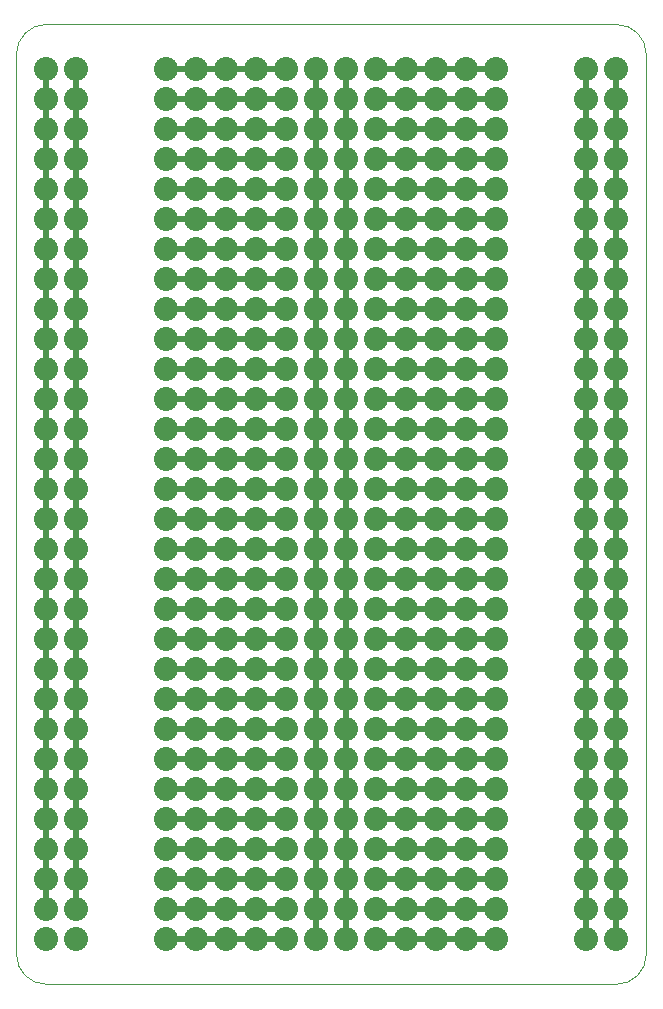
<source format=gbl>
G04 #@! TF.FileFunction,Copper,L2,Bot,Signal*
%FSLAX46Y46*%
G04 Gerber Fmt 4.6, Leading zero omitted, Abs format (unit mm)*
G04 Created by KiCad (PCBNEW 0.201505061231+5645~23~ubuntu14.10.1-product) date Fri May  8 13:03:44 2015*
%MOMM*%
G01*
G04 APERTURE LIST*
%ADD10C,0.100000*%
%ADD11C,2.032000*%
%ADD12C,0.508000*%
G04 APERTURE END LIST*
D10*
X91440000Y-118110000D02*
G75*
G03X93980000Y-120650000I2540000J0D01*
G01*
X142240000Y-120650000D02*
G75*
G03X144780000Y-118110000I0J2540000D01*
G01*
X144780000Y-41910000D02*
G75*
G03X142240000Y-39370000I-2540000J0D01*
G01*
X93980000Y-39370000D02*
G75*
G03X91440000Y-41910000I0J-2540000D01*
G01*
X91440000Y-118110000D02*
X91440000Y-41910000D01*
X142240000Y-120650000D02*
X93980000Y-120650000D01*
X144780000Y-41910000D02*
X144780000Y-118110000D01*
X93980000Y-39370000D02*
X142240000Y-39370000D01*
D11*
X96520000Y-116840000D03*
X93980000Y-116840000D03*
X142240000Y-116840000D03*
X139700000Y-116840000D03*
X142240000Y-101600000D03*
X139700000Y-101600000D03*
X142240000Y-86360000D03*
X139700000Y-86360000D03*
X142240000Y-71120000D03*
X139700000Y-71120000D03*
X142240000Y-55880000D03*
X139700000Y-55880000D03*
X96520000Y-101600000D03*
X93980000Y-101600000D03*
X96520000Y-86360000D03*
X93980000Y-86360000D03*
X96520000Y-71120000D03*
X93980000Y-71120000D03*
X96520000Y-55880000D03*
X93980000Y-55880000D03*
X119380000Y-116840000D03*
X116840000Y-116840000D03*
X119380000Y-101600000D03*
X116840000Y-101600000D03*
X119380000Y-86360000D03*
X116840000Y-86360000D03*
X119380000Y-71120000D03*
X116840000Y-71120000D03*
X119380000Y-55880000D03*
X116840000Y-55880000D03*
X116840000Y-73660000D03*
X119380000Y-73660000D03*
X116840000Y-66040000D03*
X119380000Y-66040000D03*
X119380000Y-68580000D03*
X116840000Y-68580000D03*
X116840000Y-58420000D03*
X119380000Y-58420000D03*
X116840000Y-60960000D03*
X119380000Y-60960000D03*
X119380000Y-63500000D03*
X116840000Y-63500000D03*
X116840000Y-43180000D03*
X119380000Y-43180000D03*
X116840000Y-48260000D03*
X119380000Y-48260000D03*
X119380000Y-45720000D03*
X116840000Y-45720000D03*
X116840000Y-50800000D03*
X119380000Y-50800000D03*
X119380000Y-53340000D03*
X116840000Y-53340000D03*
X116840000Y-93980000D03*
X119380000Y-93980000D03*
X119380000Y-91440000D03*
X116840000Y-91440000D03*
X119380000Y-88900000D03*
X116840000Y-88900000D03*
X116840000Y-78740000D03*
X119380000Y-78740000D03*
X119380000Y-76200000D03*
X116840000Y-76200000D03*
X116840000Y-81280000D03*
X119380000Y-81280000D03*
X119380000Y-83820000D03*
X116840000Y-83820000D03*
X116840000Y-104140000D03*
X119380000Y-104140000D03*
X116840000Y-96520000D03*
X119380000Y-96520000D03*
X119380000Y-99060000D03*
X116840000Y-99060000D03*
X116840000Y-109220000D03*
X119380000Y-109220000D03*
X119380000Y-106680000D03*
X116840000Y-106680000D03*
X116840000Y-111760000D03*
X119380000Y-111760000D03*
X119380000Y-114300000D03*
X116840000Y-114300000D03*
X121920000Y-111760000D03*
X124460000Y-111760000D03*
X127000000Y-111760000D03*
X132080000Y-111760000D03*
X129540000Y-111760000D03*
X121920000Y-114300000D03*
X124460000Y-114300000D03*
X127000000Y-114300000D03*
X132080000Y-114300000D03*
X129540000Y-114300000D03*
X129540000Y-116840000D03*
X132080000Y-116840000D03*
X127000000Y-116840000D03*
X124460000Y-116840000D03*
X121920000Y-116840000D03*
X129540000Y-99060000D03*
X132080000Y-99060000D03*
X127000000Y-99060000D03*
X124460000Y-99060000D03*
X121920000Y-99060000D03*
X121920000Y-109220000D03*
X124460000Y-109220000D03*
X127000000Y-109220000D03*
X132080000Y-109220000D03*
X129540000Y-109220000D03*
X129540000Y-106680000D03*
X132080000Y-106680000D03*
X127000000Y-106680000D03*
X124460000Y-106680000D03*
X121920000Y-106680000D03*
X121920000Y-101600000D03*
X124460000Y-101600000D03*
X127000000Y-101600000D03*
X132080000Y-101600000D03*
X129540000Y-101600000D03*
X129540000Y-104140000D03*
X132080000Y-104140000D03*
X127000000Y-104140000D03*
X124460000Y-104140000D03*
X121920000Y-104140000D03*
X121920000Y-91440000D03*
X124460000Y-91440000D03*
X127000000Y-91440000D03*
X132080000Y-91440000D03*
X129540000Y-91440000D03*
X129540000Y-88900000D03*
X132080000Y-88900000D03*
X127000000Y-88900000D03*
X124460000Y-88900000D03*
X121920000Y-88900000D03*
X121920000Y-93980000D03*
X124460000Y-93980000D03*
X127000000Y-93980000D03*
X132080000Y-93980000D03*
X129540000Y-93980000D03*
X129540000Y-96520000D03*
X132080000Y-96520000D03*
X127000000Y-96520000D03*
X124460000Y-96520000D03*
X121920000Y-96520000D03*
X121920000Y-86360000D03*
X124460000Y-86360000D03*
X127000000Y-86360000D03*
X132080000Y-86360000D03*
X129540000Y-86360000D03*
X129540000Y-83820000D03*
X132080000Y-83820000D03*
X127000000Y-83820000D03*
X124460000Y-83820000D03*
X121920000Y-83820000D03*
X121920000Y-66040000D03*
X124460000Y-66040000D03*
X127000000Y-66040000D03*
X132080000Y-66040000D03*
X129540000Y-66040000D03*
X129540000Y-63500000D03*
X132080000Y-63500000D03*
X127000000Y-63500000D03*
X124460000Y-63500000D03*
X121920000Y-63500000D03*
X121920000Y-68580000D03*
X124460000Y-68580000D03*
X127000000Y-68580000D03*
X132080000Y-68580000D03*
X129540000Y-68580000D03*
X129540000Y-71120000D03*
X132080000Y-71120000D03*
X127000000Y-71120000D03*
X124460000Y-71120000D03*
X121920000Y-71120000D03*
X121920000Y-81280000D03*
X124460000Y-81280000D03*
X127000000Y-81280000D03*
X132080000Y-81280000D03*
X129540000Y-81280000D03*
X129540000Y-78740000D03*
X132080000Y-78740000D03*
X127000000Y-78740000D03*
X124460000Y-78740000D03*
X121920000Y-78740000D03*
X121920000Y-73660000D03*
X124460000Y-73660000D03*
X127000000Y-73660000D03*
X132080000Y-73660000D03*
X129540000Y-73660000D03*
X129540000Y-76200000D03*
X132080000Y-76200000D03*
X127000000Y-76200000D03*
X124460000Y-76200000D03*
X121920000Y-76200000D03*
X121920000Y-55880000D03*
X124460000Y-55880000D03*
X127000000Y-55880000D03*
X132080000Y-55880000D03*
X129540000Y-55880000D03*
X129540000Y-53340000D03*
X132080000Y-53340000D03*
X127000000Y-53340000D03*
X124460000Y-53340000D03*
X121920000Y-53340000D03*
X121920000Y-58420000D03*
X124460000Y-58420000D03*
X127000000Y-58420000D03*
X132080000Y-58420000D03*
X129540000Y-58420000D03*
X129540000Y-60960000D03*
X132080000Y-60960000D03*
X127000000Y-60960000D03*
X124460000Y-60960000D03*
X121920000Y-60960000D03*
X121920000Y-50800000D03*
X124460000Y-50800000D03*
X127000000Y-50800000D03*
X132080000Y-50800000D03*
X129540000Y-50800000D03*
X129540000Y-48260000D03*
X132080000Y-48260000D03*
X127000000Y-48260000D03*
X124460000Y-48260000D03*
X121920000Y-48260000D03*
X121920000Y-43180000D03*
X124460000Y-43180000D03*
X127000000Y-43180000D03*
X132080000Y-43180000D03*
X129540000Y-43180000D03*
X129540000Y-45720000D03*
X132080000Y-45720000D03*
X127000000Y-45720000D03*
X124460000Y-45720000D03*
X121920000Y-45720000D03*
X114300000Y-83820000D03*
X111760000Y-83820000D03*
X109220000Y-83820000D03*
X104140000Y-83820000D03*
X106680000Y-83820000D03*
X106680000Y-86360000D03*
X104140000Y-86360000D03*
X109220000Y-86360000D03*
X111760000Y-86360000D03*
X114300000Y-86360000D03*
X114300000Y-91440000D03*
X111760000Y-91440000D03*
X109220000Y-91440000D03*
X104140000Y-91440000D03*
X106680000Y-91440000D03*
X106680000Y-88900000D03*
X104140000Y-88900000D03*
X109220000Y-88900000D03*
X111760000Y-88900000D03*
X114300000Y-88900000D03*
X114300000Y-99060000D03*
X111760000Y-99060000D03*
X109220000Y-99060000D03*
X104140000Y-99060000D03*
X106680000Y-99060000D03*
X106680000Y-101600000D03*
X104140000Y-101600000D03*
X109220000Y-101600000D03*
X111760000Y-101600000D03*
X114300000Y-101600000D03*
X114300000Y-96520000D03*
X111760000Y-96520000D03*
X109220000Y-96520000D03*
X104140000Y-96520000D03*
X106680000Y-96520000D03*
X106680000Y-93980000D03*
X104140000Y-93980000D03*
X109220000Y-93980000D03*
X111760000Y-93980000D03*
X114300000Y-93980000D03*
X114300000Y-114300000D03*
X111760000Y-114300000D03*
X109220000Y-114300000D03*
X104140000Y-114300000D03*
X106680000Y-114300000D03*
X106680000Y-116840000D03*
X104140000Y-116840000D03*
X109220000Y-116840000D03*
X111760000Y-116840000D03*
X114300000Y-116840000D03*
X114300000Y-109220000D03*
X111760000Y-109220000D03*
X109220000Y-109220000D03*
X104140000Y-109220000D03*
X106680000Y-109220000D03*
X106680000Y-111760000D03*
X104140000Y-111760000D03*
X109220000Y-111760000D03*
X111760000Y-111760000D03*
X114300000Y-111760000D03*
X114300000Y-106680000D03*
X111760000Y-106680000D03*
X109220000Y-106680000D03*
X104140000Y-106680000D03*
X106680000Y-106680000D03*
X106680000Y-104140000D03*
X104140000Y-104140000D03*
X109220000Y-104140000D03*
X111760000Y-104140000D03*
X114300000Y-104140000D03*
X114300000Y-63500000D03*
X111760000Y-63500000D03*
X109220000Y-63500000D03*
X104140000Y-63500000D03*
X106680000Y-63500000D03*
X106680000Y-66040000D03*
X104140000Y-66040000D03*
X109220000Y-66040000D03*
X111760000Y-66040000D03*
X114300000Y-66040000D03*
X114300000Y-71120000D03*
X111760000Y-71120000D03*
X109220000Y-71120000D03*
X104140000Y-71120000D03*
X106680000Y-71120000D03*
X106680000Y-68580000D03*
X104140000Y-68580000D03*
X109220000Y-68580000D03*
X111760000Y-68580000D03*
X114300000Y-68580000D03*
X114300000Y-78740000D03*
X111760000Y-78740000D03*
X109220000Y-78740000D03*
X104140000Y-78740000D03*
X106680000Y-78740000D03*
X106680000Y-81280000D03*
X104140000Y-81280000D03*
X109220000Y-81280000D03*
X111760000Y-81280000D03*
X114300000Y-81280000D03*
X114300000Y-76200000D03*
X111760000Y-76200000D03*
X109220000Y-76200000D03*
X104140000Y-76200000D03*
X106680000Y-76200000D03*
X106680000Y-73660000D03*
X104140000Y-73660000D03*
X109220000Y-73660000D03*
X111760000Y-73660000D03*
X114300000Y-73660000D03*
X114300000Y-53340000D03*
X111760000Y-53340000D03*
X109220000Y-53340000D03*
X104140000Y-53340000D03*
X106680000Y-53340000D03*
X106680000Y-55880000D03*
X104140000Y-55880000D03*
X109220000Y-55880000D03*
X111760000Y-55880000D03*
X114300000Y-55880000D03*
X114300000Y-60960000D03*
X111760000Y-60960000D03*
X109220000Y-60960000D03*
X104140000Y-60960000D03*
X106680000Y-60960000D03*
X106680000Y-58420000D03*
X104140000Y-58420000D03*
X109220000Y-58420000D03*
X111760000Y-58420000D03*
X114300000Y-58420000D03*
X114300000Y-48260000D03*
X111760000Y-48260000D03*
X109220000Y-48260000D03*
X104140000Y-48260000D03*
X106680000Y-48260000D03*
X106680000Y-50800000D03*
X104140000Y-50800000D03*
X109220000Y-50800000D03*
X111760000Y-50800000D03*
X114300000Y-50800000D03*
X114300000Y-45720000D03*
X111760000Y-45720000D03*
X109220000Y-45720000D03*
X104140000Y-45720000D03*
X106680000Y-45720000D03*
X106680000Y-43180000D03*
X104140000Y-43180000D03*
X109220000Y-43180000D03*
X111760000Y-43180000D03*
X114300000Y-43180000D03*
X93980000Y-114300000D03*
X96520000Y-114300000D03*
X96520000Y-111760000D03*
X93980000Y-111760000D03*
X93980000Y-106680000D03*
X96520000Y-106680000D03*
X96520000Y-109220000D03*
X93980000Y-109220000D03*
X93980000Y-99060000D03*
X96520000Y-99060000D03*
X96520000Y-96520000D03*
X93980000Y-96520000D03*
X96520000Y-104140000D03*
X93980000Y-104140000D03*
X93980000Y-83820000D03*
X96520000Y-83820000D03*
X96520000Y-81280000D03*
X93980000Y-81280000D03*
X93980000Y-76200000D03*
X96520000Y-76200000D03*
X96520000Y-78740000D03*
X93980000Y-78740000D03*
X93980000Y-88900000D03*
X96520000Y-88900000D03*
X93980000Y-91440000D03*
X96520000Y-91440000D03*
X96520000Y-93980000D03*
X93980000Y-93980000D03*
X93980000Y-53340000D03*
X96520000Y-53340000D03*
X96520000Y-50800000D03*
X93980000Y-50800000D03*
X93980000Y-45720000D03*
X96520000Y-45720000D03*
X96520000Y-48260000D03*
X93980000Y-48260000D03*
X96520000Y-43180000D03*
X93980000Y-43180000D03*
X93980000Y-63500000D03*
X96520000Y-63500000D03*
X96520000Y-60960000D03*
X93980000Y-60960000D03*
X96520000Y-58420000D03*
X93980000Y-58420000D03*
X93980000Y-68580000D03*
X96520000Y-68580000D03*
X96520000Y-66040000D03*
X93980000Y-66040000D03*
X96520000Y-73660000D03*
X93980000Y-73660000D03*
X142240000Y-73660000D03*
X139700000Y-73660000D03*
X142240000Y-66040000D03*
X139700000Y-66040000D03*
X139700000Y-68580000D03*
X142240000Y-68580000D03*
X142240000Y-58420000D03*
X139700000Y-58420000D03*
X142240000Y-60960000D03*
X139700000Y-60960000D03*
X139700000Y-63500000D03*
X142240000Y-63500000D03*
X142240000Y-43180000D03*
X139700000Y-43180000D03*
X142240000Y-48260000D03*
X139700000Y-48260000D03*
X139700000Y-45720000D03*
X142240000Y-45720000D03*
X142240000Y-50800000D03*
X139700000Y-50800000D03*
X139700000Y-53340000D03*
X142240000Y-53340000D03*
X142240000Y-93980000D03*
X139700000Y-93980000D03*
X139700000Y-91440000D03*
X142240000Y-91440000D03*
X139700000Y-88900000D03*
X142240000Y-88900000D03*
X142240000Y-78740000D03*
X139700000Y-78740000D03*
X139700000Y-76200000D03*
X142240000Y-76200000D03*
X142240000Y-81280000D03*
X139700000Y-81280000D03*
X139700000Y-83820000D03*
X142240000Y-83820000D03*
X142240000Y-104140000D03*
X139700000Y-104140000D03*
X142240000Y-96520000D03*
X139700000Y-96520000D03*
X139700000Y-99060000D03*
X142240000Y-99060000D03*
X142240000Y-109220000D03*
X139700000Y-109220000D03*
X139700000Y-106680000D03*
X142240000Y-106680000D03*
X142240000Y-111760000D03*
X139700000Y-111760000D03*
X139700000Y-114300000D03*
X142240000Y-114300000D03*
D12*
X142240000Y-114300000D02*
X142240000Y-116840000D01*
X139700000Y-114300000D02*
X139700000Y-116840000D01*
X119380000Y-114300000D02*
X119380000Y-116840000D01*
X116840000Y-114300000D02*
X116840000Y-116840000D01*
X119380000Y-111760000D02*
X119380000Y-114300000D01*
X119380000Y-109220000D02*
X119380000Y-111760000D01*
X119380000Y-106680000D02*
X119380000Y-109220000D01*
X116840000Y-111760000D02*
X116840000Y-114300000D01*
X116840000Y-109220000D02*
X116840000Y-111760000D01*
X116840000Y-106680000D02*
X116840000Y-109220000D01*
X119380000Y-104140000D02*
X119380000Y-106680000D01*
X119380000Y-99060000D02*
X119380000Y-104140000D01*
X119380000Y-96520000D02*
X119380000Y-99060000D01*
X119380000Y-93980000D02*
X119380000Y-96520000D01*
X119380000Y-91440000D02*
X119380000Y-93980000D01*
X119380000Y-88900000D02*
X119380000Y-91440000D01*
X119380000Y-83820000D02*
X119380000Y-88900000D01*
X116840000Y-104140000D02*
X116840000Y-106680000D01*
X116840000Y-99060000D02*
X116840000Y-104140000D01*
X116840000Y-96520000D02*
X116840000Y-99060000D01*
X116840000Y-93980000D02*
X116840000Y-96520000D01*
X116840000Y-91440000D02*
X116840000Y-93980000D01*
X116840000Y-88900000D02*
X116840000Y-91440000D01*
X116840000Y-83820000D02*
X116840000Y-88900000D01*
X119380000Y-81280000D02*
X119380000Y-83820000D01*
X119380000Y-78740000D02*
X119380000Y-81280000D01*
X119380000Y-76200000D02*
X119380000Y-78740000D01*
X119380000Y-73660000D02*
X119380000Y-76200000D01*
X119380000Y-68580000D02*
X119380000Y-73660000D01*
X119380000Y-66040000D02*
X119380000Y-68580000D01*
X119380000Y-63500000D02*
X119380000Y-66040000D01*
X119380000Y-60960000D02*
X119380000Y-63500000D01*
X119380000Y-58420000D02*
X119380000Y-60960000D01*
X116840000Y-81280000D02*
X116840000Y-83820000D01*
X116840000Y-78740000D02*
X116840000Y-81280000D01*
X116840000Y-76200000D02*
X116840000Y-78740000D01*
X116840000Y-73660000D02*
X116840000Y-76200000D01*
X116840000Y-68580000D02*
X116840000Y-73660000D01*
X116840000Y-66040000D02*
X116840000Y-68580000D01*
X116840000Y-63500000D02*
X116840000Y-66040000D01*
X116840000Y-60960000D02*
X116840000Y-63500000D01*
X116840000Y-58420000D02*
X116840000Y-60960000D01*
X116840000Y-45720000D02*
X116840000Y-43180000D01*
X116840000Y-48260000D02*
X116840000Y-45720000D01*
X116840000Y-50800000D02*
X116840000Y-48260000D01*
X116840000Y-53340000D02*
X116840000Y-50800000D01*
X116840000Y-58420000D02*
X116840000Y-53340000D01*
X119380000Y-53340000D02*
X119380000Y-58420000D01*
X119380000Y-50800000D02*
X119380000Y-53340000D01*
X119380000Y-48260000D02*
X119380000Y-50800000D01*
X119380000Y-45720000D02*
X119380000Y-48260000D01*
X119380000Y-43180000D02*
X119380000Y-45720000D01*
X106680000Y-45720000D02*
X104140000Y-45720000D01*
X109220000Y-45720000D02*
X106680000Y-45720000D01*
X111760000Y-45720000D02*
X109220000Y-45720000D01*
X114300000Y-45720000D02*
X111760000Y-45720000D01*
X106680000Y-43180000D02*
X104140000Y-43180000D01*
X109220000Y-43180000D02*
X106680000Y-43180000D01*
X111760000Y-43180000D02*
X109220000Y-43180000D01*
X114300000Y-43180000D02*
X111760000Y-43180000D01*
X142240000Y-114300000D02*
X142240000Y-111760000D01*
X142240000Y-111760000D02*
X142240000Y-109220000D01*
X142240000Y-109220000D02*
X142240000Y-106680000D01*
X142240000Y-106680000D02*
X142240000Y-104140000D01*
X142240000Y-104140000D02*
X142240000Y-99060000D01*
X139700000Y-114300000D02*
X139700000Y-111760000D01*
X139700000Y-111760000D02*
X139700000Y-109220000D01*
X139700000Y-109220000D02*
X139700000Y-106680000D01*
X139700000Y-106680000D02*
X139700000Y-104140000D01*
X139700000Y-104140000D02*
X139700000Y-99060000D01*
X139700000Y-99060000D02*
X139700000Y-96520000D01*
X139700000Y-96520000D02*
X139700000Y-93980000D01*
X139700000Y-93980000D02*
X139700000Y-91440000D01*
X139700000Y-91440000D02*
X139700000Y-88900000D01*
X139700000Y-88900000D02*
X139700000Y-83820000D01*
X139700000Y-83820000D02*
X139700000Y-81280000D01*
X139700000Y-81280000D02*
X139700000Y-78740000D01*
X139700000Y-78740000D02*
X139700000Y-76200000D01*
X142240000Y-99060000D02*
X142240000Y-96520000D01*
X142240000Y-96520000D02*
X142240000Y-93980000D01*
X142240000Y-93980000D02*
X142240000Y-91440000D01*
X142240000Y-91440000D02*
X142240000Y-88900000D01*
X142240000Y-88900000D02*
X142240000Y-83820000D01*
X142240000Y-83820000D02*
X142240000Y-81280000D01*
X142240000Y-81280000D02*
X142240000Y-78740000D01*
X142240000Y-78740000D02*
X142240000Y-76200000D01*
X139700000Y-76200000D02*
X139700000Y-73660000D01*
X139700000Y-73660000D02*
X139700000Y-68580000D01*
X139700000Y-68580000D02*
X139700000Y-66040000D01*
X139700000Y-66040000D02*
X139700000Y-63500000D01*
X139700000Y-63500000D02*
X139700000Y-60960000D01*
X139700000Y-60960000D02*
X139700000Y-58420000D01*
X139700000Y-58420000D02*
X139700000Y-53340000D01*
X139700000Y-53340000D02*
X139700000Y-50800000D01*
X139700000Y-50800000D02*
X139700000Y-48260000D01*
X142240000Y-76200000D02*
X142240000Y-73660000D01*
X142240000Y-73660000D02*
X142240000Y-68580000D01*
X142240000Y-68580000D02*
X142240000Y-66040000D01*
X142240000Y-66040000D02*
X142240000Y-63500000D01*
X142240000Y-63500000D02*
X142240000Y-60960000D01*
X142240000Y-60960000D02*
X142240000Y-58420000D01*
X142240000Y-58420000D02*
X142240000Y-53340000D01*
X142240000Y-53340000D02*
X142240000Y-50800000D01*
X142240000Y-50800000D02*
X142240000Y-48260000D01*
X139700000Y-48260000D02*
X139700000Y-45720000D01*
X139700000Y-45720000D02*
X139700000Y-43180000D01*
X142240000Y-48260000D02*
X142240000Y-45720000D01*
X142240000Y-45720000D02*
X142240000Y-43180000D01*
X96520000Y-43180000D02*
X96520000Y-45720000D01*
X96520000Y-45720000D02*
X96520000Y-48260000D01*
X96520000Y-48260000D02*
X96520000Y-50800000D01*
X96520000Y-50800000D02*
X96520000Y-53340000D01*
X96520000Y-53340000D02*
X96520000Y-58420000D01*
X93980000Y-58420000D02*
X93980000Y-53340000D01*
X93980000Y-53340000D02*
X93980000Y-50800000D01*
X93980000Y-50800000D02*
X93980000Y-48260000D01*
X93980000Y-48260000D02*
X93980000Y-45720000D01*
X93980000Y-45720000D02*
X93980000Y-43180000D01*
X93980000Y-58420000D02*
X93980000Y-60960000D01*
X93980000Y-60960000D02*
X93980000Y-63500000D01*
X93980000Y-63500000D02*
X93980000Y-66040000D01*
X93980000Y-66040000D02*
X93980000Y-68580000D01*
X93980000Y-68580000D02*
X93980000Y-73660000D01*
X93980000Y-73660000D02*
X93980000Y-76200000D01*
X93980000Y-76200000D02*
X93980000Y-78740000D01*
X93980000Y-78740000D02*
X93980000Y-81280000D01*
X93980000Y-81280000D02*
X93980000Y-83820000D01*
X96520000Y-58420000D02*
X96520000Y-60960000D01*
X96520000Y-60960000D02*
X96520000Y-63500000D01*
X96520000Y-63500000D02*
X96520000Y-66040000D01*
X96520000Y-66040000D02*
X96520000Y-68580000D01*
X96520000Y-68580000D02*
X96520000Y-73660000D01*
X96520000Y-73660000D02*
X96520000Y-76200000D01*
X96520000Y-76200000D02*
X96520000Y-78740000D01*
X96520000Y-78740000D02*
X96520000Y-81280000D01*
X96520000Y-81280000D02*
X96520000Y-83820000D01*
X93980000Y-83820000D02*
X93980000Y-88900000D01*
X93980000Y-88900000D02*
X93980000Y-91440000D01*
X93980000Y-91440000D02*
X93980000Y-93980000D01*
X93980000Y-93980000D02*
X93980000Y-96520000D01*
X93980000Y-96520000D02*
X93980000Y-99060000D01*
X93980000Y-99060000D02*
X93980000Y-104140000D01*
X93980000Y-104140000D02*
X93980000Y-106680000D01*
X96520000Y-83820000D02*
X96520000Y-88900000D01*
X96520000Y-88900000D02*
X96520000Y-91440000D01*
X96520000Y-91440000D02*
X96520000Y-93980000D01*
X96520000Y-93980000D02*
X96520000Y-96520000D01*
X96520000Y-96520000D02*
X96520000Y-99060000D01*
X96520000Y-99060000D02*
X96520000Y-104140000D01*
X96520000Y-104140000D02*
X96520000Y-106680000D01*
X93980000Y-106680000D02*
X93980000Y-109220000D01*
X93980000Y-109220000D02*
X93980000Y-111760000D01*
X93980000Y-111760000D02*
X93980000Y-114300000D01*
X96520000Y-106680000D02*
X96520000Y-109220000D01*
X96520000Y-109220000D02*
X96520000Y-111760000D01*
X96520000Y-111760000D02*
X96520000Y-114300000D01*
X114300000Y-48260000D02*
X111760000Y-48260000D01*
X111760000Y-48260000D02*
X109220000Y-48260000D01*
X109220000Y-48260000D02*
X106680000Y-48260000D01*
X106680000Y-48260000D02*
X104140000Y-48260000D01*
X114300000Y-50800000D02*
X111760000Y-50800000D01*
X111760000Y-50800000D02*
X109220000Y-50800000D01*
X109220000Y-50800000D02*
X106680000Y-50800000D01*
X106680000Y-50800000D02*
X104140000Y-50800000D01*
X106680000Y-60960000D02*
X104140000Y-60960000D01*
X109220000Y-60960000D02*
X106680000Y-60960000D01*
X111760000Y-60960000D02*
X109220000Y-60960000D01*
X114300000Y-60960000D02*
X111760000Y-60960000D01*
X106680000Y-58420000D02*
X104140000Y-58420000D01*
X109220000Y-58420000D02*
X106680000Y-58420000D01*
X111760000Y-58420000D02*
X109220000Y-58420000D01*
X114300000Y-58420000D02*
X111760000Y-58420000D01*
X114300000Y-53340000D02*
X111760000Y-53340000D01*
X111760000Y-53340000D02*
X109220000Y-53340000D01*
X109220000Y-53340000D02*
X106680000Y-53340000D01*
X106680000Y-53340000D02*
X104140000Y-53340000D01*
X114300000Y-55880000D02*
X111760000Y-55880000D01*
X111760000Y-55880000D02*
X109220000Y-55880000D01*
X109220000Y-55880000D02*
X106680000Y-55880000D01*
X106680000Y-55880000D02*
X104140000Y-55880000D01*
X106680000Y-76200000D02*
X104140000Y-76200000D01*
X109220000Y-76200000D02*
X106680000Y-76200000D01*
X111760000Y-76200000D02*
X109220000Y-76200000D01*
X114300000Y-76200000D02*
X111760000Y-76200000D01*
X106680000Y-73660000D02*
X104140000Y-73660000D01*
X109220000Y-73660000D02*
X106680000Y-73660000D01*
X111760000Y-73660000D02*
X109220000Y-73660000D01*
X114300000Y-73660000D02*
X111760000Y-73660000D01*
X114300000Y-78740000D02*
X111760000Y-78740000D01*
X111760000Y-78740000D02*
X109220000Y-78740000D01*
X109220000Y-78740000D02*
X106680000Y-78740000D01*
X106680000Y-78740000D02*
X104140000Y-78740000D01*
X114300000Y-81280000D02*
X111760000Y-81280000D01*
X111760000Y-81280000D02*
X109220000Y-81280000D01*
X109220000Y-81280000D02*
X106680000Y-81280000D01*
X106680000Y-81280000D02*
X104140000Y-81280000D01*
X106680000Y-71120000D02*
X104140000Y-71120000D01*
X109220000Y-71120000D02*
X106680000Y-71120000D01*
X111760000Y-71120000D02*
X109220000Y-71120000D01*
X114300000Y-71120000D02*
X111760000Y-71120000D01*
X106680000Y-68580000D02*
X104140000Y-68580000D01*
X109220000Y-68580000D02*
X106680000Y-68580000D01*
X111760000Y-68580000D02*
X109220000Y-68580000D01*
X114300000Y-68580000D02*
X111760000Y-68580000D01*
X114300000Y-63500000D02*
X111760000Y-63500000D01*
X111760000Y-63500000D02*
X109220000Y-63500000D01*
X109220000Y-63500000D02*
X106680000Y-63500000D01*
X106680000Y-63500000D02*
X104140000Y-63500000D01*
X114300000Y-66040000D02*
X111760000Y-66040000D01*
X111760000Y-66040000D02*
X109220000Y-66040000D01*
X109220000Y-66040000D02*
X106680000Y-66040000D01*
X106680000Y-66040000D02*
X104140000Y-66040000D01*
X106680000Y-106680000D02*
X104140000Y-106680000D01*
X109220000Y-106680000D02*
X106680000Y-106680000D01*
X111760000Y-106680000D02*
X109220000Y-106680000D01*
X114300000Y-106680000D02*
X111760000Y-106680000D01*
X106680000Y-104140000D02*
X104140000Y-104140000D01*
X109220000Y-104140000D02*
X106680000Y-104140000D01*
X111760000Y-104140000D02*
X109220000Y-104140000D01*
X114300000Y-104140000D02*
X111760000Y-104140000D01*
X114300000Y-109220000D02*
X111760000Y-109220000D01*
X111760000Y-109220000D02*
X109220000Y-109220000D01*
X109220000Y-109220000D02*
X106680000Y-109220000D01*
X106680000Y-109220000D02*
X104140000Y-109220000D01*
X114300000Y-111760000D02*
X111760000Y-111760000D01*
X111760000Y-111760000D02*
X109220000Y-111760000D01*
X109220000Y-111760000D02*
X106680000Y-111760000D01*
X106680000Y-111760000D02*
X104140000Y-111760000D01*
X114300000Y-114300000D02*
X111760000Y-114300000D01*
X111760000Y-114300000D02*
X109220000Y-114300000D01*
X109220000Y-114300000D02*
X106680000Y-114300000D01*
X106680000Y-114300000D02*
X104140000Y-114300000D01*
X114300000Y-116840000D02*
X111760000Y-116840000D01*
X111760000Y-116840000D02*
X109220000Y-116840000D01*
X109220000Y-116840000D02*
X106680000Y-116840000D01*
X106680000Y-116840000D02*
X104140000Y-116840000D01*
X106680000Y-96520000D02*
X104140000Y-96520000D01*
X109220000Y-96520000D02*
X106680000Y-96520000D01*
X111760000Y-96520000D02*
X109220000Y-96520000D01*
X114300000Y-96520000D02*
X111760000Y-96520000D01*
X106680000Y-93980000D02*
X104140000Y-93980000D01*
X109220000Y-93980000D02*
X106680000Y-93980000D01*
X111760000Y-93980000D02*
X109220000Y-93980000D01*
X114300000Y-93980000D02*
X111760000Y-93980000D01*
X114300000Y-99060000D02*
X111760000Y-99060000D01*
X111760000Y-99060000D02*
X109220000Y-99060000D01*
X109220000Y-99060000D02*
X106680000Y-99060000D01*
X106680000Y-99060000D02*
X104140000Y-99060000D01*
X114300000Y-101600000D02*
X111760000Y-101600000D01*
X111760000Y-101600000D02*
X109220000Y-101600000D01*
X109220000Y-101600000D02*
X106680000Y-101600000D01*
X106680000Y-101600000D02*
X104140000Y-101600000D01*
X106680000Y-91440000D02*
X104140000Y-91440000D01*
X109220000Y-91440000D02*
X106680000Y-91440000D01*
X111760000Y-91440000D02*
X109220000Y-91440000D01*
X114300000Y-91440000D02*
X111760000Y-91440000D01*
X106680000Y-88900000D02*
X104140000Y-88900000D01*
X109220000Y-88900000D02*
X106680000Y-88900000D01*
X111760000Y-88900000D02*
X109220000Y-88900000D01*
X114300000Y-88900000D02*
X111760000Y-88900000D01*
X114300000Y-83820000D02*
X111760000Y-83820000D01*
X111760000Y-83820000D02*
X109220000Y-83820000D01*
X109220000Y-83820000D02*
X106680000Y-83820000D01*
X106680000Y-83820000D02*
X104140000Y-83820000D01*
X114300000Y-86360000D02*
X111760000Y-86360000D01*
X111760000Y-86360000D02*
X109220000Y-86360000D01*
X109220000Y-86360000D02*
X106680000Y-86360000D01*
X106680000Y-86360000D02*
X104140000Y-86360000D01*
X129540000Y-43180000D02*
X132080000Y-43180000D01*
X127000000Y-43180000D02*
X129540000Y-43180000D01*
X124460000Y-43180000D02*
X127000000Y-43180000D01*
X121920000Y-43180000D02*
X124460000Y-43180000D01*
X129540000Y-45720000D02*
X132080000Y-45720000D01*
X127000000Y-45720000D02*
X129540000Y-45720000D01*
X124460000Y-45720000D02*
X127000000Y-45720000D01*
X121920000Y-45720000D02*
X124460000Y-45720000D01*
X121920000Y-50800000D02*
X124460000Y-50800000D01*
X124460000Y-50800000D02*
X127000000Y-50800000D01*
X127000000Y-50800000D02*
X129540000Y-50800000D01*
X129540000Y-50800000D02*
X132080000Y-50800000D01*
X121920000Y-48260000D02*
X124460000Y-48260000D01*
X124460000Y-48260000D02*
X127000000Y-48260000D01*
X127000000Y-48260000D02*
X129540000Y-48260000D01*
X129540000Y-48260000D02*
X132080000Y-48260000D01*
X129540000Y-58420000D02*
X132080000Y-58420000D01*
X127000000Y-58420000D02*
X129540000Y-58420000D01*
X124460000Y-58420000D02*
X127000000Y-58420000D01*
X121920000Y-58420000D02*
X124460000Y-58420000D01*
X129540000Y-60960000D02*
X132080000Y-60960000D01*
X127000000Y-60960000D02*
X129540000Y-60960000D01*
X124460000Y-60960000D02*
X127000000Y-60960000D01*
X121920000Y-60960000D02*
X124460000Y-60960000D01*
X121920000Y-55880000D02*
X124460000Y-55880000D01*
X124460000Y-55880000D02*
X127000000Y-55880000D01*
X127000000Y-55880000D02*
X129540000Y-55880000D01*
X129540000Y-55880000D02*
X132080000Y-55880000D01*
X121920000Y-53340000D02*
X124460000Y-53340000D01*
X124460000Y-53340000D02*
X127000000Y-53340000D01*
X127000000Y-53340000D02*
X129540000Y-53340000D01*
X129540000Y-53340000D02*
X132080000Y-53340000D01*
X129540000Y-73660000D02*
X132080000Y-73660000D01*
X127000000Y-73660000D02*
X129540000Y-73660000D01*
X124460000Y-73660000D02*
X127000000Y-73660000D01*
X121920000Y-73660000D02*
X124460000Y-73660000D01*
X129540000Y-76200000D02*
X132080000Y-76200000D01*
X127000000Y-76200000D02*
X129540000Y-76200000D01*
X124460000Y-76200000D02*
X127000000Y-76200000D01*
X121920000Y-76200000D02*
X124460000Y-76200000D01*
X121920000Y-81280000D02*
X124460000Y-81280000D01*
X124460000Y-81280000D02*
X127000000Y-81280000D01*
X127000000Y-81280000D02*
X129540000Y-81280000D01*
X129540000Y-81280000D02*
X132080000Y-81280000D01*
X121920000Y-78740000D02*
X124460000Y-78740000D01*
X124460000Y-78740000D02*
X127000000Y-78740000D01*
X127000000Y-78740000D02*
X129540000Y-78740000D01*
X129540000Y-78740000D02*
X132080000Y-78740000D01*
X129540000Y-68580000D02*
X132080000Y-68580000D01*
X127000000Y-68580000D02*
X129540000Y-68580000D01*
X124460000Y-68580000D02*
X127000000Y-68580000D01*
X121920000Y-68580000D02*
X124460000Y-68580000D01*
X129540000Y-71120000D02*
X132080000Y-71120000D01*
X127000000Y-71120000D02*
X129540000Y-71120000D01*
X124460000Y-71120000D02*
X127000000Y-71120000D01*
X121920000Y-71120000D02*
X124460000Y-71120000D01*
X121920000Y-66040000D02*
X124460000Y-66040000D01*
X124460000Y-66040000D02*
X127000000Y-66040000D01*
X127000000Y-66040000D02*
X129540000Y-66040000D01*
X129540000Y-66040000D02*
X132080000Y-66040000D01*
X121920000Y-63500000D02*
X124460000Y-63500000D01*
X124460000Y-63500000D02*
X127000000Y-63500000D01*
X127000000Y-63500000D02*
X129540000Y-63500000D01*
X129540000Y-63500000D02*
X132080000Y-63500000D01*
X121920000Y-86360000D02*
X124460000Y-86360000D01*
X124460000Y-86360000D02*
X127000000Y-86360000D01*
X127000000Y-86360000D02*
X129540000Y-86360000D01*
X129540000Y-86360000D02*
X132080000Y-86360000D01*
X121920000Y-83820000D02*
X124460000Y-83820000D01*
X124460000Y-83820000D02*
X127000000Y-83820000D01*
X127000000Y-83820000D02*
X129540000Y-83820000D01*
X129540000Y-83820000D02*
X132080000Y-83820000D01*
X129540000Y-93980000D02*
X132080000Y-93980000D01*
X127000000Y-93980000D02*
X129540000Y-93980000D01*
X124460000Y-93980000D02*
X127000000Y-93980000D01*
X121920000Y-93980000D02*
X124460000Y-93980000D01*
X129540000Y-96520000D02*
X132080000Y-96520000D01*
X127000000Y-96520000D02*
X129540000Y-96520000D01*
X124460000Y-96520000D02*
X127000000Y-96520000D01*
X121920000Y-96520000D02*
X124460000Y-96520000D01*
X121920000Y-91440000D02*
X124460000Y-91440000D01*
X124460000Y-91440000D02*
X127000000Y-91440000D01*
X127000000Y-91440000D02*
X129540000Y-91440000D01*
X129540000Y-91440000D02*
X132080000Y-91440000D01*
X121920000Y-88900000D02*
X124460000Y-88900000D01*
X124460000Y-88900000D02*
X127000000Y-88900000D01*
X127000000Y-88900000D02*
X129540000Y-88900000D01*
X129540000Y-88900000D02*
X132080000Y-88900000D01*
X129540000Y-101600000D02*
X132080000Y-101600000D01*
X127000000Y-101600000D02*
X129540000Y-101600000D01*
X124460000Y-101600000D02*
X127000000Y-101600000D01*
X121920000Y-101600000D02*
X124460000Y-101600000D01*
X129540000Y-104140000D02*
X132080000Y-104140000D01*
X127000000Y-104140000D02*
X129540000Y-104140000D01*
X124460000Y-104140000D02*
X127000000Y-104140000D01*
X121920000Y-104140000D02*
X124460000Y-104140000D01*
X121920000Y-109220000D02*
X124460000Y-109220000D01*
X124460000Y-109220000D02*
X127000000Y-109220000D01*
X127000000Y-109220000D02*
X129540000Y-109220000D01*
X129540000Y-109220000D02*
X132080000Y-109220000D01*
X121920000Y-106680000D02*
X124460000Y-106680000D01*
X124460000Y-106680000D02*
X127000000Y-106680000D01*
X127000000Y-106680000D02*
X129540000Y-106680000D01*
X129540000Y-106680000D02*
X132080000Y-106680000D01*
X129540000Y-96520000D02*
X132080000Y-96520000D01*
X127000000Y-96520000D02*
X129540000Y-96520000D01*
X124460000Y-96520000D02*
X127000000Y-96520000D01*
X121920000Y-96520000D02*
X124460000Y-96520000D01*
X129540000Y-99060000D02*
X132080000Y-99060000D01*
X127000000Y-99060000D02*
X129540000Y-99060000D01*
X124460000Y-99060000D02*
X127000000Y-99060000D01*
X121920000Y-99060000D02*
X124460000Y-99060000D01*
X129540000Y-114300000D02*
X132080000Y-114300000D01*
X127000000Y-114300000D02*
X129540000Y-114300000D01*
X124460000Y-114300000D02*
X127000000Y-114300000D01*
X121920000Y-114300000D02*
X124460000Y-114300000D01*
X129540000Y-116840000D02*
X132080000Y-116840000D01*
X127000000Y-116840000D02*
X129540000Y-116840000D01*
X124460000Y-116840000D02*
X127000000Y-116840000D01*
X121920000Y-116840000D02*
X124460000Y-116840000D01*
X121920000Y-111760000D02*
X124460000Y-111760000D01*
X124460000Y-111760000D02*
X127000000Y-111760000D01*
X127000000Y-111760000D02*
X129540000Y-111760000D01*
X129540000Y-111760000D02*
X132080000Y-111760000D01*
M02*

</source>
